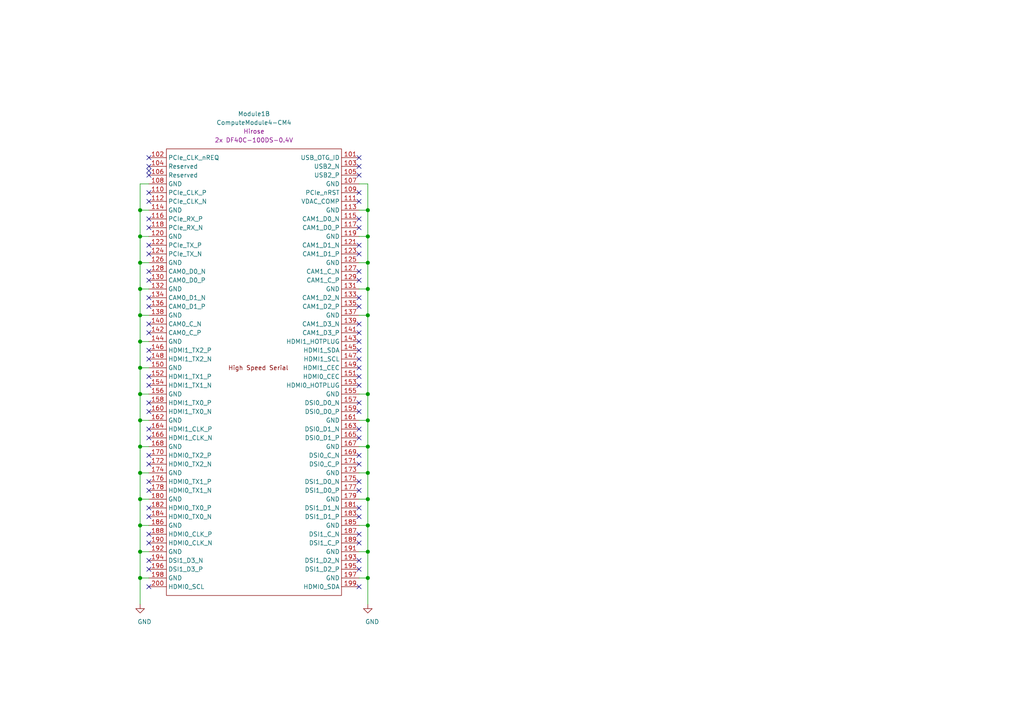
<source format=kicad_sch>
(kicad_sch (version 20211123) (generator eeschema)
  (paper "A4")
  (title_block (title "Raspberry Pi Compute Module 4 Digipi Carrier Board") (date "2021-11-28") (rev "v01") (comment 2 "creativecommons.org/licenses/by-sa/4.0") (comment 3 "License: CC BY 4.0") (comment 4 "Author: Walter A. Boring IV"))
  (lib_symbols
    (symbol "CM4IO:ComputeModule4-CM4"
      (property "Reference" "Module" (at 113.03 -68.58 0))
      (property "Value" "ComputeModule4-CM4" (at 140.97 2.54 0))
      (property "Manufacturer" "Hirose" (at 0 0 0))
      (property "MPN" "2x DF40C-100DS-0.4V" (at 0 -2.54 0))
      (property "MPN (Alt)" "2x DF40HC(3.0)-100DS-0.4V" (at 0 0 0))
      (symbol "ComputeModule4-CM4_1_0"
        (text "GPIO" (at 0 6.35 0) (effects (font (size 1.27 1.27))))
      )
      (symbol "ComputeModule4-CM4_1_1"
        (rectangle (start -30.48 -71.12) (end 25.4 58.42))
        (text "600mA Max" (at -8.89 -53.34 0) (effects (font (size 1.27 1.27))))
        (text "600mA Max" (at -8.89 -48.26 0) (effects (font (size 1.27 1.27))))
        (text "NB SD signals are only available" (at -1.27 -27.94 0) (effects (font (size 1.27 1.27))))
        (text "on modules without eMMC" (at -1.27 -30.48 0) (effects (font (size 1.27 1.27))))
        (pin power_in line (at 27.94 55.88 180) (length 2.54) (name "GND") (number "1"))
        (pin passive line (at -33.02 45.72 0) (length 2.54) (name "Ethernet_Pair0_N") (number "10"))
        (pin output line (at -33.02 -68.58 0) (length 2.54) (name "nEXTRST") (number "100"))
        (pin passive line (at 27.94 43.18 180) (length 2.54) (name "Ethernet_Pair2_P") (number "11"))
        (pin passive line (at -33.02 43.18 0) (length 2.54) (name "Ethernet_Pair0_P") (number "12"))
        (pin power_in line (at 27.94 40.64 180) (length 2.54) (name "GND") (number "13"))
        (pin power_in line (at -33.02 40.64 0) (length 2.54) (name "GND") (number "14"))
        (pin output line (at 27.94 38.1 180) (length 2.54) (name "Ethernet_nLED3(3.3v)") (number "15"))
        (pin input line (at -33.02 38.1 0) (length 2.54) (name "Ethernet_SYNC_IN(1.8v)") (number "16"))
        (pin output line (at 27.94 35.56 180) (length 2.54) (name "Ethernet_nLED2(3.3v)") (number "17"))
        (pin input line (at -33.02 35.56 0) (length 2.54) (name "Ethernet_SYNC_OUT(1.8v)") (number "18"))
        (pin output line (at 27.94 33.02 180) (length 2.54) (name "Ethernet_nLED1(3.3v)") (number "19"))
        (pin power_in line (at -33.02 55.88 0) (length 2.54) (name "GND") (number "2"))
        (pin passive line (at -33.02 33.02 0) (length 2.54) (name "EEPROM_nWP") (number "20"))
        (pin open_collector line (at 27.94 30.48 180) (length 2.54) (name "PI_nLED_Activity") (number "21"))
        (pin power_in line (at -33.02 30.48 0) (length 2.54) (name "GND") (number "22"))
        (pin power_in line (at 27.94 27.94 180) (length 2.54) (name "GND") (number "23"))
        (pin passive line (at -33.02 27.94 0) (length 2.54) (name "GPIO26") (number "24"))
        (pin passive line (at 27.94 25.4 180) (length 2.54) (name "GPIO21") (number "25"))
        (pin passive line (at -33.02 25.4 0) (length 2.54) (name "GPIO19") (number "26"))
        (pin passive line (at 27.94 22.86 180) (length 2.54) (name "GPIO20") (number "27"))
        (pin passive line (at -33.02 22.86 0) (length 2.54) (name "GPIO13") (number "28"))
        (pin passive line (at 27.94 20.32 180) (length 2.54) (name "GPIO16") (number "29"))
        (pin passive line (at 27.94 53.34 180) (length 2.54) (name "Ethernet_Pair3_P") (number "3"))
        (pin passive line (at -33.02 20.32 0) (length 2.54) (name "GPIO6") (number "30"))
        (pin passive line (at 27.94 17.78 180) (length 2.54) (name "GPIO12") (number "31"))
        (pin power_in line (at -33.02 17.78 0) (length 2.54) (name "GND") (number "32"))
        (pin power_in line (at 27.94 15.24 180) (length 2.54) (name "GND") (number "33"))
        (pin passive line (at -33.02 15.24 0) (length 2.54) (name "GPIO5") (number "34"))
        (pin passive line (at 27.94 12.7 180) (length 2.54) (name "ID_SC") (number "35"))
        (pin passive line (at -33.02 12.7 0) (length 2.54) (name "ID_SD") (number "36"))
        (pin passive line (at 27.94 10.16 180) (length 2.54) (name "GPIO7") (number "37"))
        (pin passive line (at -33.02 10.16 0) (length 2.54) (name "GPIO11") (number "38"))
        (pin passive line (at 27.94 7.62 180) (length 2.54) (name "GPIO8") (number "39"))
        (pin passive line (at -33.02 53.34 0) (length 2.54) (name "Ethernet_Pair1_P") (number "4"))
        (pin passive line (at -33.02 7.62 0) (length 2.54) (name "GPIO9") (number "40"))
        (pin passive line (at 27.94 5.08 180) (length 2.54) (name "GPIO25") (number "41"))
        (pin power_in line (at -33.02 5.08 0) (length 2.54) (name "GND") (number "42"))
        (pin power_in line (at 27.94 2.54 180) (length 2.54) (name "GND") (number "43"))
        (pin passive line (at -33.02 2.54 0) (length 2.54) (name "GPIO10") (number "44"))
        (pin passive line (at 27.94 0 180) (length 2.54) (name "GPIO24") (number "45"))
        (pin passive line (at -33.02 0 0) (length 2.54) (name "GPIO22") (number "46"))
        (pin passive line (at 27.94 -2.54 180) (length 2.54) (name "GPIO23") (number "47"))
        (pin passive line (at -33.02 -2.54 0) (length 2.54) (name "GPIO27") (number "48"))
        (pin passive line (at 27.94 -5.08 180) (length 2.54) (name "GPIO18") (number "49"))
        (pin passive line (at 27.94 50.8 180) (length 2.54) (name "Ethernet_Pair3_N") (number "5"))
        (pin passive line (at -33.02 -5.08 0) (length 2.54) (name "GPIO17") (number "50"))
        (pin passive line (at 27.94 -7.62 180) (length 2.54) (name "GPIO15") (number "51"))
        (pin power_in line (at -33.02 -7.62 0) (length 2.54) (name "GND") (number "52"))
        (pin power_in line (at 27.94 -10.16 180) (length 2.54) (name "GND") (number "53"))
        (pin passive line (at -33.02 -10.16 0) (length 2.54) (name "GPIO4") (number "54"))
        (pin passive line (at 27.94 -12.7 180) (length 2.54) (name "GPIO14") (number "55"))
        (pin passive line (at -33.02 -12.7 0) (length 2.54) (name "GPIO3") (number "56"))
        (pin passive line (at 27.94 -15.24 180) (length 2.54) (name "SD_CLK") (number "57"))
        (pin passive line (at -33.02 -15.24 0) (length 2.54) (name "GPIO2") (number "58"))
        (pin power_in line (at 27.94 -17.78 180) (length 2.54) (name "GND") (number "59"))
        (pin passive line (at -33.02 50.8 0) (length 2.54) (name "Ethernet_Pair1_N") (number "6"))
        (pin power_in line (at -33.02 -17.78 0) (length 2.54) (name "GND") (number "60"))
        (pin passive line (at 27.94 -20.32 180) (length 2.54) (name "SD_DAT3") (number "61"))
        (pin passive line (at -33.02 -20.32 0) (length 2.54) (name "SD_CMD") (number "62"))
        (pin passive line (at 27.94 -22.86 180) (length 2.54) (name "SD_DAT0") (number "63"))
        (pin passive line (at -33.02 -22.86 0) (length 2.54) (name "SD_DAT5") (number "64"))
        (pin power_in line (at 27.94 -25.4 180) (length 2.54) (name "GND") (number "65"))
        (pin power_in line (at -33.02 -25.4 0) (length 2.54) (name "GND") (number "66"))
        (pin passive line (at 27.94 -27.94 180) (length 2.54) (name "SD_DAT1") (number "67"))
        (pin passive line (at -33.02 -27.94 0) (length 2.54) (name "SD_DAT4") (number "68"))
        (pin passive line (at 27.94 -30.48 180) (length 2.54) (name "SD_DAT2") (number "69"))
        (pin power_in line (at 27.94 48.26 180) (length 2.54) (name "GND") (number "7"))
        (pin passive line (at -33.02 -30.48 0) (length 2.54) (name "SD_DAT7") (number "70"))
        (pin power_in line (at 27.94 -33.02 180) (length 2.54) (name "GND") (number "71"))
        (pin passive line (at -33.02 -33.02 0) (length 2.54) (name "SD_DAT6") (number "72"))
        (pin input line (at 27.94 -35.56 180) (length 2.54) (name "SD_VDD_Override") (number "73"))
        (pin power_in line (at -33.02 -35.56 0) (length 2.54) (name "GND") (number "74"))
        (pin output line (at 27.94 -38.1 180) (length 2.54) (name "SD_PWR_ON") (number "75"))
        (pin passive line (at -33.02 -38.1 0) (length 2.54) (name "Reserved") (number "76"))
        (pin power_in line (at 27.94 -40.64 180) (length 2.54) (name "+5v_(Input)") (number "77"))
        (pin power_in line (at -33.02 -40.64 0) (length 2.54) (name "GPIO_VREF(1.8v/3.3v_Input)") (number "78"))
        (pin power_in line (at 27.94 -43.18 180) (length 2.54) (name "+5v_(Input)") (number "79"))
        (pin power_in line (at -33.02 48.26 0) (length 2.54) (name "GND") (number "8"))
        (pin passive line (at -33.02 -43.18 0) (length 2.54) (name "SCL0") (number "80"))
        (pin power_in line (at 27.94 -45.72 180) (length 2.54) (name "+5v_(Input)") (number "81"))
        (pin passive line (at -33.02 -45.72 0) (length 2.54) (name "SDA0") (number "82"))
        (pin power_in line (at 27.94 -48.26 180) (length 2.54) (name "+5v_(Input)") (number "83"))
        (pin power_out line (at -33.02 -48.26 0) (length 2.54) (name "+3.3v_(Output)") (number "84"))
        (pin power_in line (at 27.94 -50.8 180) (length 2.54) (name "+5v_(Input)") (number "85"))
        (pin power_out line (at -33.02 -50.8 0) (length 2.54) (name "+3.3v_(Output)") (number "86"))
        (pin power_in line (at 27.94 -53.34 180) (length 2.54) (name "+5v_(Input)") (number "87"))
        (pin power_out line (at -33.02 -53.34 0) (length 2.54) (name "+1.8v_(Output)") (number "88"))
        (pin power_in line (at 27.94 -55.88 180) (length 2.54) (name "WiFi_nDisable") (number "89"))
        (pin passive line (at 27.94 45.72 180) (length 2.54) (name "Ethernet_Pair2_N") (number "9"))
        (pin power_out line (at -33.02 -55.88 0) (length 2.54) (name "+1.8v_(Output)") (number "90"))
        (pin power_in line (at 27.94 -58.42 180) (length 2.54) (name "BT_nDisable") (number "91"))
        (pin passive line (at -33.02 -58.42 0) (length 2.54) (name "RUN_PG") (number "92"))
        (pin input line (at 27.94 -60.96 180) (length 2.54) (name "nRPIBOOT") (number "93"))
        (pin passive line (at -33.02 -60.96 0) (length 2.54) (name "AnalogIP0") (number "94"))
        (pin output line (at 27.94 -63.5 180) (length 2.54) (name "nPI_LED_PWR") (number "95"))
        (pin passive line (at -33.02 -63.5 0) (length 2.54) (name "AnalogIP1") (number "96"))
        (pin passive line (at 27.94 -66.04 180) (length 2.54) (name "Camera_GPIO") (number "97"))
        (pin power_in line (at -33.02 -66.04 0) (length 2.54) (name "GND") (number "98"))
        (pin input line (at 27.94 -68.58 180) (length 2.54) (name "Global_EN") (number "99"))
      )
      (symbol "ComputeModule4-CM4_2_1"
        (rectangle (start 114.3 -66.04) (end 165.1 63.5))
        (text "High Speed Serial" (at 140.97 0 0) (effects (font (size 1.27 1.27))))
        (pin input line (at 170.18 60.96 180) (length 5.08) (name "USB_OTG_ID") (number "101"))
        (pin input line (at 109.22 60.96 0) (length 5.08) (name "PCIe_CLK_nREQ") (number "102"))
        (pin passive line (at 170.18 58.42 180) (length 5.08) (name "USB2_N") (number "103"))
        (pin passive line (at 109.22 58.42 0) (length 5.08) (name "Reserved") (number "104"))
        (pin passive line (at 170.18 55.88 180) (length 5.08) (name "USB2_P") (number "105"))
        (pin passive line (at 109.22 55.88 0) (length 5.08) (name "Reserved") (number "106"))
        (pin power_in line (at 170.18 53.34 180) (length 5.08) (name "GND") (number "107"))
        (pin power_in line (at 109.22 53.34 0) (length 5.08) (name "GND") (number "108"))
        (pin bidirectional line (at 170.18 50.8 180) (length 5.08) (name "PCIe_nRST") (number "109"))
        (pin output line (at 109.22 50.8 0) (length 5.08) (name "PCIe_CLK_P") (number "110"))
        (pin passive line (at 170.18 48.26 180) (length 5.08) (name "VDAC_COMP") (number "111"))
        (pin output line (at 109.22 48.26 0) (length 5.08) (name "PCIe_CLK_N") (number "112"))
        (pin power_in line (at 170.18 45.72 180) (length 5.08) (name "GND") (number "113"))
        (pin power_in line (at 109.22 45.72 0) (length 5.08) (name "GND") (number "114"))
        (pin input line (at 170.18 43.18 180) (length 5.08) (name "CAM1_D0_N") (number "115"))
        (pin input line (at 109.22 43.18 0) (length 5.08) (name "PCIe_RX_P") (number "116"))
        (pin input line (at 170.18 40.64 180) (length 5.08) (name "CAM1_D0_P") (number "117"))
        (pin input line (at 109.22 40.64 0) (length 5.08) (name "PCIe_RX_N") (number "118"))
        (pin power_in line (at 170.18 38.1 180) (length 5.08) (name "GND") (number "119"))
        (pin power_in line (at 109.22 38.1 0) (length 5.08) (name "GND") (number "120"))
        (pin input line (at 170.18 35.56 180) (length 5.08) (name "CAM1_D1_N") (number "121"))
        (pin output line (at 109.22 35.56 0) (length 5.08) (name "PCIe_TX_P") (number "122"))
        (pin input line (at 170.18 33.02 180) (length 5.08) (name "CAM1_D1_P") (number "123"))
        (pin output line (at 109.22 33.02 0) (length 5.08) (name "PCIe_TX_N") (number "124"))
        (pin power_in line (at 170.18 30.48 180) (length 5.08) (name "GND") (number "125"))
        (pin power_in line (at 109.22 30.48 0) (length 5.08) (name "GND") (number "126"))
        (pin input line (at 170.18 27.94 180) (length 5.08) (name "CAM1_C_N") (number "127"))
        (pin input line (at 109.22 27.94 0) (length 5.08) (name "CAM0_D0_N") (number "128"))
        (pin input line (at 170.18 25.4 180) (length 5.08) (name "CAM1_C_P") (number "129"))
        (pin input line (at 109.22 25.4 0) (length 5.08) (name "CAM0_D0_P") (number "130"))
        (pin power_in line (at 170.18 22.86 180) (length 5.08) (name "GND") (number "131"))
        (pin power_in line (at 109.22 22.86 0) (length 5.08) (name "GND") (number "132"))
        (pin input line (at 170.18 20.32 180) (length 5.08) (name "CAM1_D2_N") (number "133"))
        (pin input line (at 109.22 20.32 0) (length 5.08) (name "CAM0_D1_N") (number "134"))
        (pin input line (at 170.18 17.78 180) (length 5.08) (name "CAM1_D2_P") (number "135"))
        (pin input line (at 109.22 17.78 0) (length 5.08) (name "CAM0_D1_P") (number "136"))
        (pin power_in line (at 170.18 15.24 180) (length 5.08) (name "GND") (number "137"))
        (pin power_in line (at 109.22 15.24 0) (length 5.08) (name "GND") (number "138"))
        (pin input line (at 170.18 12.7 180) (length 5.08) (name "CAM1_D3_N") (number "139"))
        (pin input line (at 109.22 12.7 0) (length 5.08) (name "CAM0_C_N") (number "140"))
        (pin input line (at 170.18 10.16 180) (length 5.08) (name "CAM1_D3_P") (number "141"))
        (pin input line (at 109.22 10.16 0) (length 5.08) (name "CAM0_C_P") (number "142"))
        (pin input line (at 170.18 7.62 180) (length 5.08) (name "HDMI1_HOTPLUG") (number "143"))
        (pin power_in line (at 109.22 7.62 0) (length 5.08) (name "GND") (number "144"))
        (pin bidirectional line (at 170.18 5.08 180) (length 5.08) (name "HDMI1_SDA") (number "145"))
        (pin output line (at 109.22 5.08 0) (length 5.08) (name "HDMI1_TX2_P") (number "146"))
        (pin open_collector line (at 170.18 2.54 180) (length 5.08) (name "HDMI1_SCL") (number "147"))
        (pin output line (at 109.22 2.54 0) (length 5.08) (name "HDMI1_TX2_N") (number "148"))
        (pin open_collector line (at 170.18 0 180) (length 5.08) (name "HDMI1_CEC") (number "149"))
        (pin power_in line (at 109.22 0 0) (length 5.08) (name "GND") (number "150"))
        (pin open_collector line (at 170.18 -2.54 180) (length 5.08) (name "HDMI0_CEC") (number "151"))
        (pin output line (at 109.22 -2.54 0) (length 5.08) (name "HDMI1_TX1_P") (number "152"))
        (pin input line (at 170.18 -5.08 180) (length 5.08) (name "HDMI0_HOTPLUG") (number "153"))
        (pin output line (at 109.22 -5.08 0) (length 5.08) (name "HDMI1_TX1_N") (number "154"))
        (pin power_in line (at 170.18 -7.62 180) (length 5.08) (name "GND") (number "155"))
        (pin power_in line (at 109.22 -7.62 0) (length 5.08) (name "GND") (number "156"))
        (pin output line (at 170.18 -10.16 180) (length 5.08) (name "DSI0_D0_N") (number "157"))
        (pin output line (at 109.22 -10.16 0) (length 5.08) (name "HDMI1_TX0_P") (number "158"))
        (pin output line (at 170.18 -12.7 180) (length 5.08) (name "DSI0_D0_P") (number "159"))
        (pin output line (at 109.22 -12.7 0) (length 5.08) (name "HDMI1_TX0_N") (number "160"))
        (pin power_in line (at 170.18 -15.24 180) (length 5.08) (name "GND") (number "161"))
        (pin power_in line (at 109.22 -15.24 0) (length 5.08) (name "GND") (number "162"))
        (pin output line (at 170.18 -17.78 180) (length 5.08) (name "DSI0_D1_N") (number "163"))
        (pin output line (at 109.22 -17.78 0) (length 5.08) (name "HDMI1_CLK_P") (number "164"))
        (pin output line (at 170.18 -20.32 180) (length 5.08) (name "DSI0_D1_P") (number "165"))
        (pin output line (at 109.22 -20.32 0) (length 5.08) (name "HDMI1_CLK_N") (number "166"))
        (pin power_in line (at 170.18 -22.86 180) (length 5.08) (name "GND") (number "167"))
        (pin power_in line (at 109.22 -22.86 0) (length 5.08) (name "GND") (number "168"))
        (pin output line (at 170.18 -25.4 180) (length 5.08) (name "DSI0_C_N") (number "169"))
        (pin output line (at 109.22 -25.4 0) (length 5.08) (name "HDMI0_TX2_P") (number "170"))
        (pin output line (at 170.18 -27.94 180) (length 5.08) (name "DSI0_C_P") (number "171"))
        (pin output line (at 109.22 -27.94 0) (length 5.08) (name "HDMI0_TX2_N") (number "172"))
        (pin power_in line (at 170.18 -30.48 180) (length 5.08) (name "GND") (number "173"))
        (pin power_in line (at 109.22 -30.48 0) (length 5.08) (name "GND") (number "174"))
        (pin output line (at 170.18 -33.02 180) (length 5.08) (name "DSI1_D0_N") (number "175"))
        (pin output line (at 109.22 -33.02 0) (length 5.08) (name "HDMI0_TX1_P") (number "176"))
        (pin output line (at 170.18 -35.56 180) (length 5.08) (name "DSI1_D0_P") (number "177"))
        (pin output line (at 109.22 -35.56 0) (length 5.08) (name "HDMI0_TX1_N") (number "178"))
        (pin power_in line (at 170.18 -38.1 180) (length 5.08) (name "GND") (number "179"))
        (pin power_in line (at 109.22 -38.1 0) (length 5.08) (name "GND") (number "180"))
        (pin output line (at 170.18 -40.64 180) (length 5.08) (name "DSI1_D1_N") (number "181"))
        (pin output line (at 109.22 -40.64 0) (length 5.08) (name "HDMI0_TX0_P") (number "182"))
        (pin output line (at 170.18 -43.18 180) (length 5.08) (name "DSI1_D1_P") (number "183"))
        (pin output line (at 109.22 -43.18 0) (length 5.08) (name "HDMI0_TX0_N") (number "184"))
        (pin power_in line (at 170.18 -45.72 180) (length 5.08) (name "GND") (number "185"))
        (pin power_in line (at 109.22 -45.72 0) (length 5.08) (name "GND") (number "186"))
        (pin output line (at 170.18 -48.26 180) (length 5.08) (name "DSI1_C_N") (number "187"))
        (pin output line (at 109.22 -48.26 0) (length 5.08) (name "HDMI0_CLK_P") (number "188"))
        (pin output line (at 170.18 -50.8 180) (length 5.08) (name "DSI1_C_P") (number "189"))
        (pin output line (at 109.22 -50.8 0) (length 5.08) (name "HDMI0_CLK_N") (number "190"))
        (pin power_in line (at 170.18 -53.34 180) (length 5.08) (name "GND") (number "191"))
        (pin power_in line (at 109.22 -53.34 0) (length 5.08) (name "GND") (number "192"))
        (pin output line (at 170.18 -55.88 180) (length 5.08) (name "DSI1_D2_N") (number "193"))
        (pin output line (at 109.22 -55.88 0) (length 5.08) (name "DSI1_D3_N") (number "194"))
        (pin output line (at 170.18 -58.42 180) (length 5.08) (name "DSI1_D2_P") (number "195"))
        (pin output line (at 109.22 -58.42 0) (length 5.08) (name "DSI1_D3_P") (number "196"))
        (pin power_in line (at 170.18 -60.96 180) (length 5.08) (name "GND") (number "197"))
        (pin power_in line (at 109.22 -60.96 0) (length 5.08) (name "GND") (number "198"))
        (pin bidirectional line (at 170.18 -63.5 180) (length 5.08) (name "HDMI0_SDA") (number "199"))
        (pin open_collector line (at 109.22 -63.5 0) (length 5.08) (name "HDMI0_SCL") (number "200"))
      )
    )
    (symbol "power:GND" (power) (pin_names (offset 0))
      (property "Value" "GND" (at 0 -3.81 0))
      (symbol "GND_0_1"
        (polyline (pts (xy 0 0) (xy 0 -1.27) (xy 1.27 -1.27) (xy 0 -2.54) (xy -1.27 -1.27) (xy 0 -1.27)))
      )
      (symbol "GND_1_1"
        (pin power_in line (at 0 0 270) (length 0) hide (name "GND") (number "1"))
      )
    )
  )
  (junction (at 40.64 114.3) (diameter 1.016))
  (junction (at 40.64 167.64) (diameter 1.016))
  (junction (at 40.64 137.16) (diameter 1.016))
  (junction (at 40.64 60.96) (diameter 1.016))
  (junction (at 40.64 160.02) (diameter 1.016))
  (junction (at 40.64 68.58) (diameter 1.016))
  (junction (at 106.68 68.58) (diameter 1.016))
  (junction (at 40.64 129.54) (diameter 1.016))
  (junction (at 106.68 167.64) (diameter 1.016))
  (junction (at 40.64 152.4) (diameter 1.016))
  (junction (at 106.68 91.44) (diameter 1.016))
  (junction (at 40.64 99.06) (diameter 1.016))
  (junction (at 106.68 160.02) (diameter 1.016))
  (junction (at 40.64 91.44) (diameter 1.016))
  (junction (at 40.64 106.68) (diameter 1.016))
  (junction (at 106.68 60.96) (diameter 1.016))
  (junction (at 40.64 121.92) (diameter 1.016))
  (junction (at 106.68 76.2) (diameter 1.016))
  (junction (at 106.68 114.3) (diameter 1.016))
  (junction (at 106.68 144.78) (diameter 1.016))
  (junction (at 40.64 144.78) (diameter 1.016))
  (junction (at 106.68 129.54) (diameter 1.016))
  (junction (at 106.68 121.92) (diameter 1.016))
  (junction (at 106.68 137.16) (diameter 1.016))
  (junction (at 106.68 152.4) (diameter 1.016))
  (junction (at 40.64 83.82) (diameter 1.016))
  (junction (at 106.68 83.82) (diameter 1.016))
  (junction (at 40.64 76.2) (diameter 1.016))
  (no_connect (at 104.14 154.94))
  (no_connect (at 104.14 157.48))
  (no_connect (at 104.14 147.32))
  (no_connect (at 104.14 149.86))
  (no_connect (at 104.14 170.18))
  (no_connect (at 104.14 162.56))
  (no_connect (at 104.14 165.1))
  (no_connect (at 104.14 45.72))
  (no_connect (at 104.14 48.26))
  (no_connect (at 104.14 50.8))
  (no_connect (at 104.14 71.12))
  (no_connect (at 104.14 73.66))
  (no_connect (at 104.14 55.88))
  (no_connect (at 104.14 58.42))
  (no_connect (at 104.14 78.74))
  (no_connect (at 104.14 81.28))
  (no_connect (at 104.14 66.04))
  (no_connect (at 104.14 63.5))
  (no_connect (at 104.14 86.36))
  (no_connect (at 104.14 88.9))
  (no_connect (at 43.18 111.76))
  (no_connect (at 43.18 109.22))
  (no_connect (at 43.18 86.36))
  (no_connect (at 43.18 88.9))
  (no_connect (at 43.18 96.52))
  (no_connect (at 43.18 93.98))
  (no_connect (at 43.18 101.6))
  (no_connect (at 43.18 104.14))
  (no_connect (at 43.18 78.74))
  (no_connect (at 43.18 81.28))
  (no_connect (at 104.14 116.84))
  (no_connect (at 104.14 119.38))
  (no_connect (at 104.14 132.08))
  (no_connect (at 104.14 134.62))
  (no_connect (at 104.14 124.46))
  (no_connect (at 104.14 127))
  (no_connect (at 104.14 139.7))
  (no_connect (at 104.14 142.24))
  (no_connect (at 104.14 99.06))
  (no_connect (at 104.14 96.52))
  (no_connect (at 104.14 93.98))
  (no_connect (at 104.14 101.6))
  (no_connect (at 104.14 104.14))
  (no_connect (at 104.14 106.68))
  (no_connect (at 104.14 109.22))
  (no_connect (at 104.14 111.76))
  (no_connect (at 43.18 63.5))
  (no_connect (at 43.18 66.04))
  (no_connect (at 43.18 45.72))
  (no_connect (at 43.18 50.8))
  (no_connect (at 43.18 49.53))
  (no_connect (at 43.18 48.26))
  (no_connect (at 43.18 58.42))
  (no_connect (at 43.18 55.88))
  (no_connect (at 43.18 71.12))
  (no_connect (at 43.18 73.66))
  (no_connect (at 43.18 157.48))
  (no_connect (at 43.18 162.56))
  (no_connect (at 43.18 165.1))
  (no_connect (at 43.18 170.18))
  (no_connect (at 43.18 139.7))
  (no_connect (at 43.18 142.24))
  (no_connect (at 43.18 147.32))
  (no_connect (at 43.18 149.86))
  (no_connect (at 43.18 154.94))
  (no_connect (at 43.18 134.62))
  (no_connect (at 43.18 132.08))
  (no_connect (at 43.18 127))
  (no_connect (at 43.18 124.46))
  (no_connect (at 43.18 119.38))
  (no_connect (at 43.18 116.84))
  (wire (pts (xy 40.64 76.2) (xy 43.18 76.2)))
  (wire (pts (xy 106.68 83.82) (xy 106.68 91.44)))
  (wire (pts (xy 106.68 91.44) (xy 106.68 114.3)))
  (wire (pts (xy 106.68 60.96) (xy 106.68 68.58)))
  (wire (pts (xy 104.14 129.54) (xy 106.68 129.54)))
  (wire (pts (xy 40.64 114.3) (xy 43.18 114.3)))
  (wire (pts (xy 104.14 114.3) (xy 106.68 114.3)))
  (wire (pts (xy 104.14 167.64) (xy 106.68 167.64)))
  (wire (pts (xy 40.64 121.92) (xy 43.18 121.92)))
  (wire (pts (xy 40.64 114.3) (xy 40.64 121.92)))
  (wire (pts (xy 40.64 152.4) (xy 43.18 152.4)))
  (wire (pts (xy 40.64 152.4) (xy 40.64 160.02)))
  (wire (pts (xy 104.14 160.02) (xy 106.68 160.02)))
  (wire (pts (xy 40.64 160.02) (xy 40.64 167.64)))
  (wire (pts (xy 40.64 60.96) (xy 43.18 60.96)))
  (wire (pts (xy 40.64 167.64) (xy 40.64 175.26)))
  (wire (pts (xy 40.64 106.68) (xy 43.18 106.68)))
  (wire (pts (xy 106.68 144.78) (xy 106.68 152.4)))
  (wire (pts (xy 40.64 68.58) (xy 40.64 76.2)))
  (wire (pts (xy 104.14 91.44) (xy 106.68 91.44)))
  (wire (pts (xy 40.64 160.02) (xy 43.18 160.02)))
  (wire (pts (xy 40.64 83.82) (xy 40.64 91.44)))
  (wire (pts (xy 40.64 99.06) (xy 43.18 99.06)))
  (wire (pts (xy 40.64 60.96) (xy 40.64 68.58)))
  (wire (pts (xy 40.64 91.44) (xy 43.18 91.44)))
  (wire (pts (xy 104.14 76.2) (xy 106.68 76.2)))
  (wire (pts (xy 106.68 76.2) (xy 106.68 83.82)))
  (wire (pts (xy 40.64 129.54) (xy 40.64 137.16)))
  (wire (pts (xy 106.68 53.34) (xy 106.68 60.96)))
  (wire (pts (xy 106.68 121.92) (xy 106.68 129.54)))
  (wire (pts (xy 40.64 137.16) (xy 43.18 137.16)))
  (wire (pts (xy 40.64 121.92) (xy 40.64 129.54)))
  (wire (pts (xy 106.68 152.4) (xy 106.68 160.02)))
  (wire (pts (xy 104.14 83.82) (xy 106.68 83.82)))
  (wire (pts (xy 40.64 144.78) (xy 43.18 144.78)))
  (wire (pts (xy 106.68 137.16) (xy 106.68 144.78)))
  (wire (pts (xy 40.64 53.34) (xy 40.64 60.96)))
  (wire (pts (xy 106.68 167.64) (xy 106.68 175.26)))
  (wire (pts (xy 104.14 68.58) (xy 106.68 68.58)))
  (wire (pts (xy 40.64 53.34) (xy 43.18 53.34)))
  (wire (pts (xy 40.64 137.16) (xy 40.64 144.78)))
  (wire (pts (xy 40.64 106.68) (xy 40.64 114.3)))
  (wire (pts (xy 40.64 144.78) (xy 40.64 152.4)))
  (wire (pts (xy 104.14 152.4) (xy 106.68 152.4)))
  (wire (pts (xy 106.68 114.3) (xy 106.68 121.92)))
  (wire (pts (xy 40.64 99.06) (xy 40.64 106.68)))
  (wire (pts (xy 40.64 83.82) (xy 43.18 83.82)))
  (wire (pts (xy 40.64 167.64) (xy 43.18 167.64)))
  (wire (pts (xy 104.14 121.92) (xy 106.68 121.92)))
  (wire (pts (xy 40.64 68.58) (xy 43.18 68.58)))
  (wire (pts (xy 104.14 60.96) (xy 106.68 60.96)))
  (wire (pts (xy 40.64 76.2) (xy 40.64 83.82)))
  (wire (pts (xy 106.68 68.58) (xy 106.68 76.2)))
  (wire (pts (xy 40.64 91.44) (xy 40.64 99.06)))
  (wire (pts (xy 106.68 160.02) (xy 106.68 167.64)))
  (wire (pts (xy 40.64 129.54) (xy 43.18 129.54)))
  (wire (pts (xy 104.14 53.34) (xy 106.68 53.34)))
  (wire (pts (xy 104.14 144.78) (xy 106.68 144.78)))
  (wire (pts (xy 106.68 129.54) (xy 106.68 137.16)))
  (wire (pts (xy 104.14 137.16) (xy 106.68 137.16)))
  (symbol (lib_id "power:GND") (at 40.64 175.26 0) (unit 1)
    (property "Reference" "#PWR0104" (effects hide))
    (property "Value" "GND" (at 41.91 180.34 0))
  )
  (symbol (lib_id "power:GND") (at 106.68 175.26 0) (unit 1)
    (property "Reference" "#PWR0103" (effects hide))
    (property "Value" "GND" (at 107.95 180.34 0))
  )
  (symbol (lib_id "CM4IO:ComputeModule4-CM4") (at -66.04 106.68 0) (unit 2)
    (property "Reference" "Module1" (at 73.66 33.02 0))
    (property "Value" "ComputeModule4-CM4" (at 73.66 35.56 0))
    (property "Footprint" "CM4IO:Raspberry-Pi-4-Compute-Module" (effects hide))
    (property "Field4" "Hirose" (at 73.66 38.1 0))
    (property "Field5" "2x DF40C-100DS-0.4V" (at 73.66 40.64 0))
    (property "Digi-Key_PN" "2x H11615CT-ND" (effects hide))
    (property "Digi-Key_PN (Alt)" "2x H124602CT-ND" (effects hide))
    (property "Manufacturer" "Hirose" (at -66.04 106.68 0))
    (property "MPN" "2x DF40C-100DS-0.4V" (at -66.04 109.22 0))
    (property "MPN (Alt)" "2x DF40HC(3.0)-100DS-0.4V" (at -66.04 106.68 0))
  )
)
</source>
